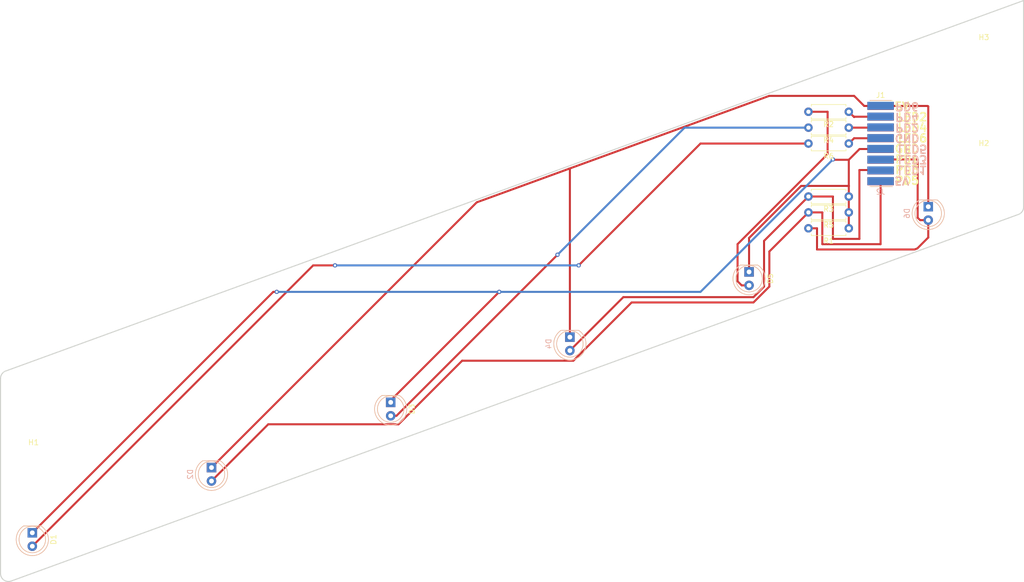
<source format=kicad_pcb>
(kicad_pcb (version 20171130) (host pcbnew "(5.1.10)-1")

  (general
    (thickness 1.6)
    (drawings 23)
    (tracks 93)
    (zones 0)
    (modules 17)
    (nets 1)
  )

  (page A4)
  (layers
    (0 F.Cu signal)
    (31 B.Cu signal)
    (32 B.Adhes user)
    (33 F.Adhes user)
    (34 B.Paste user)
    (35 F.Paste user)
    (36 B.SilkS user)
    (37 F.SilkS user)
    (38 B.Mask user)
    (39 F.Mask user)
    (40 Dwgs.User user)
    (41 Cmts.User user)
    (42 Eco1.User user)
    (43 Eco2.User user)
    (44 Edge.Cuts user)
    (45 Margin user)
    (46 B.CrtYd user)
    (47 F.CrtYd user)
    (48 B.Fab user)
    (49 F.Fab user)
  )

  (setup
    (last_trace_width 0.381)
    (trace_clearance 0.2)
    (zone_clearance 0.508)
    (zone_45_only no)
    (trace_min 0.2)
    (via_size 0.8)
    (via_drill 0.4)
    (via_min_size 0.4)
    (via_min_drill 0.3)
    (uvia_size 0.3)
    (uvia_drill 0.1)
    (uvias_allowed no)
    (uvia_min_size 0.2)
    (uvia_min_drill 0.1)
    (edge_width 0.05)
    (segment_width 0.2)
    (pcb_text_width 0.3)
    (pcb_text_size 1.5 1.5)
    (mod_edge_width 0.12)
    (mod_text_size 1 1)
    (mod_text_width 0.15)
    (pad_size 1.524 1.524)
    (pad_drill 0.762)
    (pad_to_mask_clearance 0)
    (aux_axis_origin 0 0)
    (visible_elements 7FFFFFFF)
    (pcbplotparams
      (layerselection 0x010fc_ffffffff)
      (usegerberextensions false)
      (usegerberattributes true)
      (usegerberadvancedattributes true)
      (creategerberjobfile true)
      (excludeedgelayer true)
      (linewidth 0.100000)
      (plotframeref false)
      (viasonmask false)
      (mode 1)
      (useauxorigin false)
      (hpglpennumber 1)
      (hpglpenspeed 20)
      (hpglpendiameter 15.000000)
      (psnegative false)
      (psa4output false)
      (plotreference true)
      (plotvalue true)
      (plotinvisibletext false)
      (padsonsilk false)
      (subtractmaskfromsilk false)
      (outputformat 1)
      (mirror false)
      (drillshape 1)
      (scaleselection 1)
      (outputdirectory ""))
  )

  (net 0 "")

  (net_class Default "This is the default net class."
    (clearance 0.2)
    (trace_width 0.381)
    (via_dia 0.8)
    (via_drill 0.4)
    (uvia_dia 0.3)
    (uvia_drill 0.1)
    (add_net /14)
    (add_net /15)
    (add_net /16)
    (add_net /6)
    (add_net /7)
    (add_net /8)
    (add_net /A0)
    (add_net /A1)
    (add_net /A10)
    (add_net /A2)
    (add_net /A3)
    (add_net /A9)
    (add_net "Net-(D1-Pad1)")
    (add_net "Net-(D1-Pad2)")
    (add_net "Net-(D2-Pad1)")
    (add_net "Net-(D2-Pad2)")
    (add_net "Net-(D3-Pad1)")
    (add_net "Net-(D3-Pad2)")
    (add_net "Net-(D4-Pad1)")
    (add_net "Net-(D4-Pad2)")
    (add_net "Net-(D5-Pad1)")
    (add_net "Net-(D5-Pad2)")
    (add_net "Net-(D6-Pad1)")
    (add_net "Net-(D6-Pad2)")
    (add_net "Net-(J1-Pad1)")
    (add_net "Net-(J1-Pad5)")
    (add_net "Net-(J2-Pad1)")
    (add_net "Net-(J2-Pad5)")
    (add_net "Net-(R1-Pad1)")
    (add_net "Net-(R1-Pad2)")
    (add_net "Net-(R2-Pad1)")
    (add_net "Net-(R2-Pad2)")
    (add_net "Net-(R3-Pad1)")
    (add_net "Net-(R3-Pad2)")
    (add_net "Net-(R4-Pad1)")
    (add_net "Net-(R4-Pad2)")
    (add_net "Net-(R5-Pad1)")
    (add_net "Net-(R5-Pad2)")
    (add_net "Net-(R6-Pad1)")
    (add_net "Net-(R6-Pad2)")
  )

  (net_class Power ""
    (clearance 0.2)
    (trace_width 0.381)
    (via_dia 0.8)
    (via_drill 0.4)
    (uvia_dia 0.3)
    (uvia_drill 0.1)
  )

  (module chunair_local:LED_D5.0mm_FlatTop (layer F.Cu) (tedit 5E49C4EE) (tstamp 62170334)
    (at 198.171066 96.233891 270)
    (descr "LED, Round, FlatTop, diameter 5.0mm, 2 pins, http://www.kingbright.com/attachments/file/psearch/000/00/00/L-483GDT(Ver.15B).pdf")
    (tags "LED Round FlatTop diameter 5.0mm 2 pins")
    (path /6216D0B6)
    (fp_text reference D5 (at 1.27 -4.01 90) (layer F.SilkS)
      (effects (font (size 1 1) (thickness 0.15)))
    )
    (fp_text value D_Photo (at 1.27 4.01 90) (layer F.Fab)
      (effects (font (size 1 1) (thickness 0.15)))
    )
    (fp_arc (start 1.27 0) (end -1.29 1.639512) (angle -147.4) (layer F.SilkS) (width 0.12))
    (fp_arc (start 1.27 0) (end -1.29 -1.639512) (angle 147.4) (layer F.SilkS) (width 0.12))
    (fp_arc (start 1.27 0) (end -1.29 -1.639512) (angle 147.4) (layer B.SilkS) (width 0.12))
    (fp_arc (start 1.27 0) (end -1.29 1.639512) (angle -147.4) (layer B.SilkS) (width 0.12))
    (fp_arc (start 1.27 0) (end -1.23 -1.566046) (angle 295.9) (layer F.Fab) (width 0.1))
    (fp_circle (center 1.27 0) (end 3.77 0) (layer F.Fab) (width 0.1))
    (fp_circle (center 1.27 0) (end 3.77 0) (layer B.SilkS) (width 0.12))
    (fp_line (start -1.23 -1.566046) (end -1.23 1.566046) (layer F.Fab) (width 0.1))
    (fp_line (start -2 -3.3) (end -2 3.3) (layer F.CrtYd) (width 0.05))
    (fp_line (start -2 3.3) (end 4.55 3.3) (layer F.CrtYd) (width 0.05))
    (fp_line (start 4.55 3.3) (end 4.55 -3.3) (layer F.CrtYd) (width 0.05))
    (fp_line (start 4.55 -3.3) (end -2 -3.3) (layer F.CrtYd) (width 0.05))
    (fp_line (start -1.29 -1.64) (end -1.29 1.64) (layer B.SilkS) (width 0.12))
    (fp_line (start -1.29 -1.64) (end -1.29 1.64) (layer F.SilkS) (width 0.12))
    (fp_circle (center 1.27 0) (end 3.77 0) (layer F.SilkS) (width 0.12))
    (pad 2 thru_hole circle (at 2.54 0 270) (size 1.8 1.8) (drill 0.9) (layers *.Cu *.Mask))
    (pad 1 thru_hole rect (at 0 0 270) (size 1.8 1.8) (drill 0.9) (layers *.Cu *.Mask))
    (model ${KISYS3DMOD}/LEDs.3dshapes/LED_D5.0mm_FlatTop.wrl
      (at (xyz 0 0 0))
      (scale (xyz 0.393701 0.393701 0.393701))
      (rotate (xyz 0 0 0))
    )
  )

  (module chunair_local:LED_D5.0mm_FlatTop (layer F.Cu) (tedit 5E49C4EE) (tstamp 6217030B)
    (at 130.513197 120.859342 270)
    (descr "LED, Round, FlatTop, diameter 5.0mm, 2 pins, http://www.kingbright.com/attachments/file/psearch/000/00/00/L-483GDT(Ver.15B).pdf")
    (tags "LED Round FlatTop diameter 5.0mm 2 pins")
    (path /6219FED2)
    (fp_text reference D3 (at 1.27 -4.01 90) (layer F.SilkS)
      (effects (font (size 1 1) (thickness 0.15)))
    )
    (fp_text value D_Photo (at 1.27 4.01 90) (layer F.Fab)
      (effects (font (size 1 1) (thickness 0.15)))
    )
    (fp_arc (start 1.27 0) (end -1.29 1.639512) (angle -147.4) (layer F.SilkS) (width 0.12))
    (fp_arc (start 1.27 0) (end -1.29 -1.639512) (angle 147.4) (layer F.SilkS) (width 0.12))
    (fp_arc (start 1.27 0) (end -1.29 -1.639512) (angle 147.4) (layer B.SilkS) (width 0.12))
    (fp_arc (start 1.27 0) (end -1.29 1.639512) (angle -147.4) (layer B.SilkS) (width 0.12))
    (fp_arc (start 1.27 0) (end -1.23 -1.566046) (angle 295.9) (layer F.Fab) (width 0.1))
    (fp_circle (center 1.27 0) (end 3.77 0) (layer F.Fab) (width 0.1))
    (fp_circle (center 1.27 0) (end 3.77 0) (layer B.SilkS) (width 0.12))
    (fp_line (start -1.23 -1.566046) (end -1.23 1.566046) (layer F.Fab) (width 0.1))
    (fp_line (start -2 -3.3) (end -2 3.3) (layer F.CrtYd) (width 0.05))
    (fp_line (start -2 3.3) (end 4.55 3.3) (layer F.CrtYd) (width 0.05))
    (fp_line (start 4.55 3.3) (end 4.55 -3.3) (layer F.CrtYd) (width 0.05))
    (fp_line (start 4.55 -3.3) (end -2 -3.3) (layer F.CrtYd) (width 0.05))
    (fp_line (start -1.29 -1.64) (end -1.29 1.64) (layer B.SilkS) (width 0.12))
    (fp_line (start -1.29 -1.64) (end -1.29 1.64) (layer F.SilkS) (width 0.12))
    (fp_circle (center 1.27 0) (end 3.77 0) (layer F.SilkS) (width 0.12))
    (pad 2 thru_hole circle (at 2.54 0 270) (size 1.8 1.8) (drill 0.9) (layers *.Cu *.Mask))
    (pad 1 thru_hole rect (at 0 0 270) (size 1.8 1.8) (drill 0.9) (layers *.Cu *.Mask))
    (model ${KISYS3DMOD}/LEDs.3dshapes/LED_D5.0mm_FlatTop.wrl
      (at (xyz 0 0 0))
      (scale (xyz 0.393701 0.393701 0.393701))
      (rotate (xyz 0 0 0))
    )
  )

  (module chunair_local:LED_D5.0mm_FlatTop (layer F.Cu) (tedit 5E49C4EE) (tstamp 621702E2)
    (at 62.855329 145.484792 270)
    (descr "LED, Round, FlatTop, diameter 5.0mm, 2 pins, http://www.kingbright.com/attachments/file/psearch/000/00/00/L-483GDT(Ver.15B).pdf")
    (tags "LED Round FlatTop diameter 5.0mm 2 pins")
    (path /621A950A)
    (fp_text reference D1 (at 1.27 -4.01 90) (layer F.SilkS)
      (effects (font (size 1 1) (thickness 0.15)))
    )
    (fp_text value D_Photo (at 1.27 4.01 90) (layer F.Fab)
      (effects (font (size 1 1) (thickness 0.15)))
    )
    (fp_arc (start 1.27 0) (end -1.29 1.639512) (angle -147.4) (layer F.SilkS) (width 0.12))
    (fp_arc (start 1.27 0) (end -1.29 -1.639512) (angle 147.4) (layer F.SilkS) (width 0.12))
    (fp_arc (start 1.27 0) (end -1.29 -1.639512) (angle 147.4) (layer B.SilkS) (width 0.12))
    (fp_arc (start 1.27 0) (end -1.29 1.639512) (angle -147.4) (layer B.SilkS) (width 0.12))
    (fp_arc (start 1.27 0) (end -1.23 -1.566046) (angle 295.9) (layer F.Fab) (width 0.1))
    (fp_circle (center 1.27 0) (end 3.77 0) (layer F.Fab) (width 0.1))
    (fp_circle (center 1.27 0) (end 3.77 0) (layer B.SilkS) (width 0.12))
    (fp_line (start -1.23 -1.566046) (end -1.23 1.566046) (layer F.Fab) (width 0.1))
    (fp_line (start -2 -3.3) (end -2 3.3) (layer F.CrtYd) (width 0.05))
    (fp_line (start -2 3.3) (end 4.55 3.3) (layer F.CrtYd) (width 0.05))
    (fp_line (start 4.55 3.3) (end 4.55 -3.3) (layer F.CrtYd) (width 0.05))
    (fp_line (start 4.55 -3.3) (end -2 -3.3) (layer F.CrtYd) (width 0.05))
    (fp_line (start -1.29 -1.64) (end -1.29 1.64) (layer B.SilkS) (width 0.12))
    (fp_line (start -1.29 -1.64) (end -1.29 1.64) (layer F.SilkS) (width 0.12))
    (fp_circle (center 1.27 0) (end 3.77 0) (layer F.SilkS) (width 0.12))
    (pad 2 thru_hole circle (at 2.54 0 270) (size 1.8 1.8) (drill 0.9) (layers *.Cu *.Mask))
    (pad 1 thru_hole rect (at 0 0 270) (size 1.8 1.8) (drill 0.9) (layers *.Cu *.Mask))
    (model ${KISYS3DMOD}/LEDs.3dshapes/LED_D5.0mm_FlatTop.wrl
      (at (xyz 0 0 0))
      (scale (xyz 0.393701 0.393701 0.393701))
      (rotate (xyz 0 0 0))
    )
  )

  (module Resistor_THT:R_Axial_DIN0207_L6.3mm_D2.5mm_P7.62mm_Horizontal (layer F.Cu) (tedit 5AE5139B) (tstamp 6216F79C)
    (at 217 85 180)
    (descr "Resistor, Axial_DIN0207 series, Axial, Horizontal, pin pitch=7.62mm, 0.25W = 1/4W, length*diameter=6.3*2.5mm^2, http://cdn-reichelt.de/documents/datenblatt/B400/1_4W%23YAG.pdf")
    (tags "Resistor Axial_DIN0207 series Axial Horizontal pin pitch 7.62mm 0.25W = 1/4W length 6.3mm diameter 2.5mm")
    (path /62172C19)
    (fp_text reference R5 (at 3.81 -2.37) (layer F.SilkS)
      (effects (font (size 1 1) (thickness 0.15)))
    )
    (fp_text value 10K (at 3.81 2.37) (layer F.Fab)
      (effects (font (size 1 1) (thickness 0.15)))
    )
    (fp_line (start 8.67 -1.5) (end -1.05 -1.5) (layer F.CrtYd) (width 0.05))
    (fp_line (start 8.67 1.5) (end 8.67 -1.5) (layer F.CrtYd) (width 0.05))
    (fp_line (start -1.05 1.5) (end 8.67 1.5) (layer F.CrtYd) (width 0.05))
    (fp_line (start -1.05 -1.5) (end -1.05 1.5) (layer F.CrtYd) (width 0.05))
    (fp_line (start 7.08 1.37) (end 7.08 1.04) (layer F.SilkS) (width 0.12))
    (fp_line (start 0.54 1.37) (end 7.08 1.37) (layer F.SilkS) (width 0.12))
    (fp_line (start 0.54 1.04) (end 0.54 1.37) (layer F.SilkS) (width 0.12))
    (fp_line (start 7.08 -1.37) (end 7.08 -1.04) (layer F.SilkS) (width 0.12))
    (fp_line (start 0.54 -1.37) (end 7.08 -1.37) (layer F.SilkS) (width 0.12))
    (fp_line (start 0.54 -1.04) (end 0.54 -1.37) (layer F.SilkS) (width 0.12))
    (fp_line (start 7.62 0) (end 6.96 0) (layer F.Fab) (width 0.1))
    (fp_line (start 0 0) (end 0.66 0) (layer F.Fab) (width 0.1))
    (fp_line (start 6.96 -1.25) (end 0.66 -1.25) (layer F.Fab) (width 0.1))
    (fp_line (start 6.96 1.25) (end 6.96 -1.25) (layer F.Fab) (width 0.1))
    (fp_line (start 0.66 1.25) (end 6.96 1.25) (layer F.Fab) (width 0.1))
    (fp_line (start 0.66 -1.25) (end 0.66 1.25) (layer F.Fab) (width 0.1))
    (fp_text user %R (at 3.81 0) (layer F.Fab)
      (effects (font (size 1 1) (thickness 0.15)))
    )
    (pad 2 thru_hole oval (at 7.62 0 180) (size 1.6 1.6) (drill 0.8) (layers *.Cu *.Mask))
    (pad 1 thru_hole circle (at 0 0 180) (size 1.6 1.6) (drill 0.8) (layers *.Cu *.Mask))
    (model ${KISYS3DMOD}/Resistor_THT.3dshapes/R_Axial_DIN0207_L6.3mm_D2.5mm_P7.62mm_Horizontal.wrl
      (at (xyz 0 0 0))
      (scale (xyz 1 1 1))
      (rotate (xyz 0 0 0))
    )
  )

  (module Resistor_THT:R_Axial_DIN0207_L6.3mm_D2.5mm_P7.62mm_Horizontal (layer F.Cu) (tedit 5AE5139B) (tstamp 6216F76F)
    (at 217 82 180)
    (descr "Resistor, Axial_DIN0207 series, Axial, Horizontal, pin pitch=7.62mm, 0.25W = 1/4W, length*diameter=6.3*2.5mm^2, http://cdn-reichelt.de/documents/datenblatt/B400/1_4W%23YAG.pdf")
    (tags "Resistor Axial_DIN0207 series Axial Horizontal pin pitch 7.62mm 0.25W = 1/4W length 6.3mm diameter 2.5mm")
    (path /6219FEE6)
    (fp_text reference R3 (at 3.81 -2.37) (layer F.SilkS)
      (effects (font (size 1 1) (thickness 0.15)))
    )
    (fp_text value 10K (at 3.81 2.37) (layer F.Fab)
      (effects (font (size 1 1) (thickness 0.15)))
    )
    (fp_line (start 8.67 -1.5) (end -1.05 -1.5) (layer F.CrtYd) (width 0.05))
    (fp_line (start 8.67 1.5) (end 8.67 -1.5) (layer F.CrtYd) (width 0.05))
    (fp_line (start -1.05 1.5) (end 8.67 1.5) (layer F.CrtYd) (width 0.05))
    (fp_line (start -1.05 -1.5) (end -1.05 1.5) (layer F.CrtYd) (width 0.05))
    (fp_line (start 7.08 1.37) (end 7.08 1.04) (layer F.SilkS) (width 0.12))
    (fp_line (start 0.54 1.37) (end 7.08 1.37) (layer F.SilkS) (width 0.12))
    (fp_line (start 0.54 1.04) (end 0.54 1.37) (layer F.SilkS) (width 0.12))
    (fp_line (start 7.08 -1.37) (end 7.08 -1.04) (layer F.SilkS) (width 0.12))
    (fp_line (start 0.54 -1.37) (end 7.08 -1.37) (layer F.SilkS) (width 0.12))
    (fp_line (start 0.54 -1.04) (end 0.54 -1.37) (layer F.SilkS) (width 0.12))
    (fp_line (start 7.62 0) (end 6.96 0) (layer F.Fab) (width 0.1))
    (fp_line (start 0 0) (end 0.66 0) (layer F.Fab) (width 0.1))
    (fp_line (start 6.96 -1.25) (end 0.66 -1.25) (layer F.Fab) (width 0.1))
    (fp_line (start 6.96 1.25) (end 6.96 -1.25) (layer F.Fab) (width 0.1))
    (fp_line (start 0.66 1.25) (end 6.96 1.25) (layer F.Fab) (width 0.1))
    (fp_line (start 0.66 -1.25) (end 0.66 1.25) (layer F.Fab) (width 0.1))
    (fp_text user %R (at 3.81 0) (layer F.Fab)
      (effects (font (size 1 1) (thickness 0.15)))
    )
    (pad 2 thru_hole oval (at 7.62 0 180) (size 1.6 1.6) (drill 0.8) (layers *.Cu *.Mask))
    (pad 1 thru_hole circle (at 0 0 180) (size 1.6 1.6) (drill 0.8) (layers *.Cu *.Mask))
    (model ${KISYS3DMOD}/Resistor_THT.3dshapes/R_Axial_DIN0207_L6.3mm_D2.5mm_P7.62mm_Horizontal.wrl
      (at (xyz 0 0 0))
      (scale (xyz 1 1 1))
      (rotate (xyz 0 0 0))
    )
  )

  (module Resistor_THT:R_Axial_DIN0207_L6.3mm_D2.5mm_P7.62mm_Horizontal (layer F.Cu) (tedit 5AE5139B) (tstamp 6216F742)
    (at 217 88 180)
    (descr "Resistor, Axial_DIN0207 series, Axial, Horizontal, pin pitch=7.62mm, 0.25W = 1/4W, length*diameter=6.3*2.5mm^2, http://cdn-reichelt.de/documents/datenblatt/B400/1_4W%23YAG.pdf")
    (tags "Resistor Axial_DIN0207 series Axial Horizontal pin pitch 7.62mm 0.25W = 1/4W length 6.3mm diameter 2.5mm")
    (path /621A951E)
    (fp_text reference R1 (at 3.81 -2.37) (layer F.SilkS)
      (effects (font (size 1 1) (thickness 0.15)))
    )
    (fp_text value 10K (at 3.81 2.37) (layer F.Fab)
      (effects (font (size 1 1) (thickness 0.15)))
    )
    (fp_line (start 8.67 -1.5) (end -1.05 -1.5) (layer F.CrtYd) (width 0.05))
    (fp_line (start 8.67 1.5) (end 8.67 -1.5) (layer F.CrtYd) (width 0.05))
    (fp_line (start -1.05 1.5) (end 8.67 1.5) (layer F.CrtYd) (width 0.05))
    (fp_line (start -1.05 -1.5) (end -1.05 1.5) (layer F.CrtYd) (width 0.05))
    (fp_line (start 7.08 1.37) (end 7.08 1.04) (layer F.SilkS) (width 0.12))
    (fp_line (start 0.54 1.37) (end 7.08 1.37) (layer F.SilkS) (width 0.12))
    (fp_line (start 0.54 1.04) (end 0.54 1.37) (layer F.SilkS) (width 0.12))
    (fp_line (start 7.08 -1.37) (end 7.08 -1.04) (layer F.SilkS) (width 0.12))
    (fp_line (start 0.54 -1.37) (end 7.08 -1.37) (layer F.SilkS) (width 0.12))
    (fp_line (start 0.54 -1.04) (end 0.54 -1.37) (layer F.SilkS) (width 0.12))
    (fp_line (start 7.62 0) (end 6.96 0) (layer F.Fab) (width 0.1))
    (fp_line (start 0 0) (end 0.66 0) (layer F.Fab) (width 0.1))
    (fp_line (start 6.96 -1.25) (end 0.66 -1.25) (layer F.Fab) (width 0.1))
    (fp_line (start 6.96 1.25) (end 6.96 -1.25) (layer F.Fab) (width 0.1))
    (fp_line (start 0.66 1.25) (end 6.96 1.25) (layer F.Fab) (width 0.1))
    (fp_line (start 0.66 -1.25) (end 0.66 1.25) (layer F.Fab) (width 0.1))
    (fp_text user %R (at 3.81 0) (layer F.Fab)
      (effects (font (size 1 1) (thickness 0.15)))
    )
    (pad 2 thru_hole oval (at 7.62 0 180) (size 1.6 1.6) (drill 0.8) (layers *.Cu *.Mask))
    (pad 1 thru_hole circle (at 0 0 180) (size 1.6 1.6) (drill 0.8) (layers *.Cu *.Mask))
    (model ${KISYS3DMOD}/Resistor_THT.3dshapes/R_Axial_DIN0207_L6.3mm_D2.5mm_P7.62mm_Horizontal.wrl
      (at (xyz 0 0 0))
      (scale (xyz 1 1 1))
      (rotate (xyz 0 0 0))
    )
  )

  (module MountingHole:MountingHole_3.2mm_M3 (layer F.Cu) (tedit 56D1B4CB) (tstamp 6216E9F2)
    (at 242.5 56.145894)
    (descr "Mounting Hole 3.2mm, no annular, M3")
    (tags "mounting hole 3.2mm no annular m3")
    (path /62175253)
    (attr virtual)
    (fp_text reference H3 (at 0 -4.2) (layer F.SilkS)
      (effects (font (size 1 1) (thickness 0.15)))
    )
    (fp_text value MountingHole (at 0 4.2) (layer F.Fab)
      (effects (font (size 1 1) (thickness 0.15)))
    )
    (fp_circle (center 0 0) (end 3.2 0) (layer Cmts.User) (width 0.15))
    (fp_circle (center 0 0) (end 3.45 0) (layer F.CrtYd) (width 0.05))
    (fp_text user %R (at 0.3 0) (layer F.Fab)
      (effects (font (size 1 1) (thickness 0.15)))
    )
    (pad 1 np_thru_hole circle (at 0 0) (size 3.2 3.2) (drill 3.2) (layers *.Cu *.Mask))
  )

  (module MountingHole:MountingHole_3.2mm_M3 (layer F.Cu) (tedit 56D1B4CB) (tstamp 6216E9EA)
    (at 242.5 76.145894)
    (descr "Mounting Hole 3.2mm, no annular, M3")
    (tags "mounting hole 3.2mm no annular m3")
    (path /62174F68)
    (attr virtual)
    (fp_text reference H2 (at 0 -4.2) (layer F.SilkS)
      (effects (font (size 1 1) (thickness 0.15)))
    )
    (fp_text value MountingHole (at 0 4.2) (layer F.Fab)
      (effects (font (size 1 1) (thickness 0.15)))
    )
    (fp_circle (center 0 0) (end 3.2 0) (layer Cmts.User) (width 0.15))
    (fp_circle (center 0 0) (end 3.45 0) (layer F.CrtYd) (width 0.05))
    (fp_text user %R (at 0.3 0) (layer F.Fab)
      (effects (font (size 1 1) (thickness 0.15)))
    )
    (pad 1 np_thru_hole circle (at 0 0) (size 3.2 3.2) (drill 3.2) (layers *.Cu *.Mask))
  )

  (module MountingHole:MountingHole_3.2mm_M3 (layer F.Cu) (tedit 56D1B4CB) (tstamp 6216E9E2)
    (at 63.08849 132.623118)
    (descr "Mounting Hole 3.2mm, no annular, M3")
    (tags "mounting hole 3.2mm no annular m3")
    (path /621744FB)
    (attr virtual)
    (fp_text reference H1 (at 0 -4.2) (layer F.SilkS)
      (effects (font (size 1 1) (thickness 0.15)))
    )
    (fp_text value MountingHole (at 0 4.2) (layer F.Fab)
      (effects (font (size 1 1) (thickness 0.15)))
    )
    (fp_circle (center 0 0) (end 3.2 0) (layer Cmts.User) (width 0.15))
    (fp_circle (center 0 0) (end 3.45 0) (layer F.CrtYd) (width 0.05))
    (fp_text user %R (at 0.3 0) (layer F.Fab)
      (effects (font (size 1 1) (thickness 0.15)))
    )
    (pad 1 np_thru_hole circle (at 0 0) (size 3.2 3.2) (drill 3.2) (layers *.Cu *.Mask))
  )

  (module Resistor_THT:R_Axial_DIN0207_L6.3mm_D2.5mm_P7.62mm_Horizontal (layer F.Cu) (tedit 5AE5139B) (tstamp 6216D287)
    (at 217 72 180)
    (descr "Resistor, Axial_DIN0207 series, Axial, Horizontal, pin pitch=7.62mm, 0.25W = 1/4W, length*diameter=6.3*2.5mm^2, http://cdn-reichelt.de/documents/datenblatt/B400/1_4W%23YAG.pdf")
    (tags "Resistor Axial_DIN0207 series Axial Horizontal pin pitch 7.62mm 0.25W = 1/4W length 6.3mm diameter 2.5mm")
    (path /621B0E9D)
    (fp_text reference R6 (at 3.81 -2.37) (layer F.SilkS)
      (effects (font (size 1 1) (thickness 0.15)))
    )
    (fp_text value 150 (at 3.81 2.37) (layer F.Fab)
      (effects (font (size 1 1) (thickness 0.15)))
    )
    (fp_line (start 0.66 -1.25) (end 0.66 1.25) (layer F.Fab) (width 0.1))
    (fp_line (start 0.66 1.25) (end 6.96 1.25) (layer F.Fab) (width 0.1))
    (fp_line (start 6.96 1.25) (end 6.96 -1.25) (layer F.Fab) (width 0.1))
    (fp_line (start 6.96 -1.25) (end 0.66 -1.25) (layer F.Fab) (width 0.1))
    (fp_line (start 0 0) (end 0.66 0) (layer F.Fab) (width 0.1))
    (fp_line (start 7.62 0) (end 6.96 0) (layer F.Fab) (width 0.1))
    (fp_line (start 0.54 -1.04) (end 0.54 -1.37) (layer F.SilkS) (width 0.12))
    (fp_line (start 0.54 -1.37) (end 7.08 -1.37) (layer F.SilkS) (width 0.12))
    (fp_line (start 7.08 -1.37) (end 7.08 -1.04) (layer F.SilkS) (width 0.12))
    (fp_line (start 0.54 1.04) (end 0.54 1.37) (layer F.SilkS) (width 0.12))
    (fp_line (start 0.54 1.37) (end 7.08 1.37) (layer F.SilkS) (width 0.12))
    (fp_line (start 7.08 1.37) (end 7.08 1.04) (layer F.SilkS) (width 0.12))
    (fp_line (start -1.05 -1.5) (end -1.05 1.5) (layer F.CrtYd) (width 0.05))
    (fp_line (start -1.05 1.5) (end 8.67 1.5) (layer F.CrtYd) (width 0.05))
    (fp_line (start 8.67 1.5) (end 8.67 -1.5) (layer F.CrtYd) (width 0.05))
    (fp_line (start 8.67 -1.5) (end -1.05 -1.5) (layer F.CrtYd) (width 0.05))
    (fp_text user %R (at 3.81 0) (layer F.Fab)
      (effects (font (size 1 1) (thickness 0.15)))
    )
    (pad 2 thru_hole oval (at 7.62 0 180) (size 1.6 1.6) (drill 0.8) (layers *.Cu *.Mask))
    (pad 1 thru_hole circle (at 0 0 180) (size 1.6 1.6) (drill 0.8) (layers *.Cu *.Mask))
    (model ${KISYS3DMOD}/Resistor_THT.3dshapes/R_Axial_DIN0207_L6.3mm_D2.5mm_P7.62mm_Horizontal.wrl
      (at (xyz 0 0 0))
      (scale (xyz 1 1 1))
      (rotate (xyz 0 0 0))
    )
  )

  (module Resistor_THT:R_Axial_DIN0207_L6.3mm_D2.5mm_P7.62mm_Horizontal (layer F.Cu) (tedit 5AE5139B) (tstamp 6216D259)
    (at 217 69 180)
    (descr "Resistor, Axial_DIN0207 series, Axial, Horizontal, pin pitch=7.62mm, 0.25W = 1/4W, length*diameter=6.3*2.5mm^2, http://cdn-reichelt.de/documents/datenblatt/B400/1_4W%23YAG.pdf")
    (tags "Resistor Axial_DIN0207 series Axial Horizontal pin pitch 7.62mm 0.25W = 1/4W length 6.3mm diameter 2.5mm")
    (path /6219A6F1)
    (fp_text reference R4 (at 3.81 -2.37) (layer F.SilkS)
      (effects (font (size 1 1) (thickness 0.15)))
    )
    (fp_text value 150 (at 3.81 2.37) (layer F.Fab)
      (effects (font (size 1 1) (thickness 0.15)))
    )
    (fp_line (start 0.66 -1.25) (end 0.66 1.25) (layer F.Fab) (width 0.1))
    (fp_line (start 0.66 1.25) (end 6.96 1.25) (layer F.Fab) (width 0.1))
    (fp_line (start 6.96 1.25) (end 6.96 -1.25) (layer F.Fab) (width 0.1))
    (fp_line (start 6.96 -1.25) (end 0.66 -1.25) (layer F.Fab) (width 0.1))
    (fp_line (start 0 0) (end 0.66 0) (layer F.Fab) (width 0.1))
    (fp_line (start 7.62 0) (end 6.96 0) (layer F.Fab) (width 0.1))
    (fp_line (start 0.54 -1.04) (end 0.54 -1.37) (layer F.SilkS) (width 0.12))
    (fp_line (start 0.54 -1.37) (end 7.08 -1.37) (layer F.SilkS) (width 0.12))
    (fp_line (start 7.08 -1.37) (end 7.08 -1.04) (layer F.SilkS) (width 0.12))
    (fp_line (start 0.54 1.04) (end 0.54 1.37) (layer F.SilkS) (width 0.12))
    (fp_line (start 0.54 1.37) (end 7.08 1.37) (layer F.SilkS) (width 0.12))
    (fp_line (start 7.08 1.37) (end 7.08 1.04) (layer F.SilkS) (width 0.12))
    (fp_line (start -1.05 -1.5) (end -1.05 1.5) (layer F.CrtYd) (width 0.05))
    (fp_line (start -1.05 1.5) (end 8.67 1.5) (layer F.CrtYd) (width 0.05))
    (fp_line (start 8.67 1.5) (end 8.67 -1.5) (layer F.CrtYd) (width 0.05))
    (fp_line (start 8.67 -1.5) (end -1.05 -1.5) (layer F.CrtYd) (width 0.05))
    (fp_text user %R (at 3.81 0) (layer F.Fab)
      (effects (font (size 1 1) (thickness 0.15)))
    )
    (pad 2 thru_hole oval (at 7.62 0 180) (size 1.6 1.6) (drill 0.8) (layers *.Cu *.Mask))
    (pad 1 thru_hole circle (at 0 0 180) (size 1.6 1.6) (drill 0.8) (layers *.Cu *.Mask))
    (model ${KISYS3DMOD}/Resistor_THT.3dshapes/R_Axial_DIN0207_L6.3mm_D2.5mm_P7.62mm_Horizontal.wrl
      (at (xyz 0 0 0))
      (scale (xyz 1 1 1))
      (rotate (xyz 0 0 0))
    )
  )

  (module Resistor_THT:R_Axial_DIN0207_L6.3mm_D2.5mm_P7.62mm_Horizontal (layer F.Cu) (tedit 5AE5139B) (tstamp 6216D22B)
    (at 217 66 180)
    (descr "Resistor, Axial_DIN0207 series, Axial, Horizontal, pin pitch=7.62mm, 0.25W = 1/4W, length*diameter=6.3*2.5mm^2, http://cdn-reichelt.de/documents/datenblatt/B400/1_4W%23YAG.pdf")
    (tags "Resistor Axial_DIN0207 series Axial Horizontal pin pitch 7.62mm 0.25W = 1/4W length 6.3mm diameter 2.5mm")
    (path /621A4DC5)
    (fp_text reference R2 (at 3.81 -2.37) (layer F.SilkS)
      (effects (font (size 1 1) (thickness 0.15)))
    )
    (fp_text value 150 (at 3.81 2.37) (layer F.Fab)
      (effects (font (size 1 1) (thickness 0.15)))
    )
    (fp_line (start 0.66 -1.25) (end 0.66 1.25) (layer F.Fab) (width 0.1))
    (fp_line (start 0.66 1.25) (end 6.96 1.25) (layer F.Fab) (width 0.1))
    (fp_line (start 6.96 1.25) (end 6.96 -1.25) (layer F.Fab) (width 0.1))
    (fp_line (start 6.96 -1.25) (end 0.66 -1.25) (layer F.Fab) (width 0.1))
    (fp_line (start 0 0) (end 0.66 0) (layer F.Fab) (width 0.1))
    (fp_line (start 7.62 0) (end 6.96 0) (layer F.Fab) (width 0.1))
    (fp_line (start 0.54 -1.04) (end 0.54 -1.37) (layer F.SilkS) (width 0.12))
    (fp_line (start 0.54 -1.37) (end 7.08 -1.37) (layer F.SilkS) (width 0.12))
    (fp_line (start 7.08 -1.37) (end 7.08 -1.04) (layer F.SilkS) (width 0.12))
    (fp_line (start 0.54 1.04) (end 0.54 1.37) (layer F.SilkS) (width 0.12))
    (fp_line (start 0.54 1.37) (end 7.08 1.37) (layer F.SilkS) (width 0.12))
    (fp_line (start 7.08 1.37) (end 7.08 1.04) (layer F.SilkS) (width 0.12))
    (fp_line (start -1.05 -1.5) (end -1.05 1.5) (layer F.CrtYd) (width 0.05))
    (fp_line (start -1.05 1.5) (end 8.67 1.5) (layer F.CrtYd) (width 0.05))
    (fp_line (start 8.67 1.5) (end 8.67 -1.5) (layer F.CrtYd) (width 0.05))
    (fp_line (start 8.67 -1.5) (end -1.05 -1.5) (layer F.CrtYd) (width 0.05))
    (fp_text user %R (at 3.81 0) (layer F.Fab)
      (effects (font (size 1 1) (thickness 0.15)))
    )
    (pad 2 thru_hole oval (at 7.62 0 180) (size 1.6 1.6) (drill 0.8) (layers *.Cu *.Mask))
    (pad 1 thru_hole circle (at 0 0 180) (size 1.6 1.6) (drill 0.8) (layers *.Cu *.Mask))
    (model ${KISYS3DMOD}/Resistor_THT.3dshapes/R_Axial_DIN0207_L6.3mm_D2.5mm_P7.62mm_Horizontal.wrl
      (at (xyz 0 0 0))
      (scale (xyz 1 1 1))
      (rotate (xyz 0 0 0))
    )
  )

  (module chunair_local:SMD_8Pin (layer B.Cu) (tedit 6216CBD2) (tstamp 6216D1FD)
    (at 223 73)
    (descr "Chip Resistor Network, ROHM MNR14 (see mnr_g.pdf)")
    (tags "resistor array")
    (path /6216F1EF)
    (attr smd)
    (fp_text reference J2 (at 0 8.128) (layer B.SilkS)
      (effects (font (size 1 1) (thickness 0.15)) (justify mirror))
    )
    (fp_text value Conn_01x08_Male (at 0 -10.414) (layer B.Fab)
      (effects (font (size 1 1) (thickness 0.15)) (justify mirror))
    )
    (fp_line (start -2.794 7.366) (end 2.794 7.366) (layer B.Fab) (width 0.1))
    (fp_line (start 2.794 7.366) (end 2.794 -9.398) (layer B.Fab) (width 0.1))
    (fp_line (start 2.794 -9.398) (end -2.794 -9.398) (layer B.Fab) (width 0.1))
    (fp_line (start -2.794 -9.398) (end -2.794 7.366) (layer B.Fab) (width 0.1))
    (fp_line (start 2.032 -9.144) (end -2.032 -9.144) (layer B.SilkS) (width 0.12))
    (fp_line (start 2.286 7.112) (end -2.032 7.112) (layer B.SilkS) (width 0.12))
    (fp_line (start -1.55 5.914) (end 1.55 5.914) (layer B.CrtYd) (width 0.05))
    (fp_line (start -1.55 5.914) (end -1.55 2.214) (layer B.CrtYd) (width 0.05))
    (fp_line (start 1.55 2.214) (end 1.55 5.914) (layer B.CrtYd) (width 0.05))
    (fp_line (start 1.55 2.214) (end -1.55 2.214) (layer B.CrtYd) (width 0.05))
    (fp_text user %R (at 0 4.064 -90) (layer B.Fab)
      (effects (font (size 0.5 0.5) (thickness 0.075)) (justify mirror))
    )
    (pad 8 smd rect (at 0 -8.128) (size 5 1.5) (layers B.Cu B.Paste B.Mask))
    (pad 7 smd rect (at 0 -6.096) (size 5 1.5) (layers B.Cu B.Paste B.Mask))
    (pad 4 smd rect (at 0 0) (size 5 1.5) (layers B.Cu B.Paste B.Mask))
    (pad 5 smd rect (at 0 -2.032) (size 5 1.5) (layers B.Cu B.Paste B.Mask))
    (pad 6 smd rect (at 0 -4.064) (size 5 1.5) (layers B.Cu B.Paste B.Mask))
    (pad 2 smd rect (at 0 4.064) (size 5 1.5) (layers B.Cu B.Paste B.Mask))
    (pad 3 smd rect (at 0 2.032) (size 5 1.5) (layers B.Cu B.Paste B.Mask))
    (pad 1 smd rect (at 0 6.096) (size 5 1.5) (layers B.Cu B.Paste B.Mask))
    (model ${KISYS3DMOD}/Resistors_SMD.3dshapes/R_Array_Convex_4x0603.wrl
      (at (xyz 0 0 0))
      (scale (xyz 1 1 1))
      (rotate (xyz 0 0 0))
    )
  )

  (module chunair_local:SMD_8Pin (layer F.Cu) (tedit 6216CBD2) (tstamp 6216D1E6)
    (at 223 71)
    (descr "Chip Resistor Network, ROHM MNR14 (see mnr_g.pdf)")
    (tags "resistor array")
    (path /6216EF95)
    (attr smd)
    (fp_text reference J1 (at 0 -8.128) (layer F.SilkS)
      (effects (font (size 1 1) (thickness 0.15)))
    )
    (fp_text value Conn_01x08_Male (at 0 10.414) (layer F.Fab)
      (effects (font (size 1 1) (thickness 0.15)))
    )
    (fp_line (start -2.794 -7.366) (end 2.794 -7.366) (layer F.Fab) (width 0.1))
    (fp_line (start 2.794 -7.366) (end 2.794 9.398) (layer F.Fab) (width 0.1))
    (fp_line (start 2.794 9.398) (end -2.794 9.398) (layer F.Fab) (width 0.1))
    (fp_line (start -2.794 9.398) (end -2.794 -7.366) (layer F.Fab) (width 0.1))
    (fp_line (start 2.032 9.144) (end -2.032 9.144) (layer F.SilkS) (width 0.12))
    (fp_line (start 2.286 -7.112) (end -2.032 -7.112) (layer F.SilkS) (width 0.12))
    (fp_line (start -1.55 -5.914) (end 1.55 -5.914) (layer F.CrtYd) (width 0.05))
    (fp_line (start -1.55 -5.914) (end -1.55 -2.214) (layer F.CrtYd) (width 0.05))
    (fp_line (start 1.55 -2.214) (end 1.55 -5.914) (layer F.CrtYd) (width 0.05))
    (fp_line (start 1.55 -2.214) (end -1.55 -2.214) (layer F.CrtYd) (width 0.05))
    (fp_text user %R (at 0 -4.064 90) (layer F.Fab)
      (effects (font (size 0.5 0.5) (thickness 0.075)))
    )
    (pad 8 smd rect (at 0 8.128) (size 5 1.5) (layers F.Cu F.Paste F.Mask))
    (pad 7 smd rect (at 0 6.096) (size 5 1.5) (layers F.Cu F.Paste F.Mask))
    (pad 4 smd rect (at 0 0) (size 5 1.5) (layers F.Cu F.Paste F.Mask))
    (pad 5 smd rect (at 0 2.032) (size 5 1.5) (layers F.Cu F.Paste F.Mask))
    (pad 6 smd rect (at 0 4.064) (size 5 1.5) (layers F.Cu F.Paste F.Mask))
    (pad 2 smd rect (at 0 -4.064) (size 5 1.5) (layers F.Cu F.Paste F.Mask))
    (pad 3 smd rect (at 0 -2.032) (size 5 1.5) (layers F.Cu F.Paste F.Mask))
    (pad 1 smd rect (at 0 -6.096) (size 5 1.5) (layers F.Cu F.Paste F.Mask))
    (model ${KISYS3DMOD}/Resistors_SMD.3dshapes/R_Array_Convex_4x0603.wrl
      (at (xyz 0 0 0))
      (scale (xyz 1 1 1))
      (rotate (xyz 0 0 0))
    )
  )

  (module chunair_local:LED_D5.0mm_FlatTop (layer B.Cu) (tedit 5E49C4EE) (tstamp 6216D151)
    (at 232 83.921166 270)
    (descr "LED, Round, FlatTop, diameter 5.0mm, 2 pins, http://www.kingbright.com/attachments/file/psearch/000/00/00/L-483GDT(Ver.15B).pdf")
    (tags "LED Round FlatTop diameter 5.0mm 2 pins")
    (path /6216EBAC)
    (fp_text reference D6 (at 1.27 4.01 90) (layer B.SilkS)
      (effects (font (size 1 1) (thickness 0.15)) (justify mirror))
    )
    (fp_text value D_Photo (at 1.27 -4.01 90) (layer B.Fab)
      (effects (font (size 1 1) (thickness 0.15)) (justify mirror))
    )
    (fp_circle (center 1.27 0) (end 3.77 0) (layer B.Fab) (width 0.1))
    (fp_circle (center 1.27 0) (end 3.77 0) (layer F.SilkS) (width 0.12))
    (fp_line (start -1.23 1.566046) (end -1.23 -1.566046) (layer B.Fab) (width 0.1))
    (fp_line (start -2 3.3) (end -2 -3.3) (layer B.CrtYd) (width 0.05))
    (fp_line (start -2 -3.3) (end 4.55 -3.3) (layer B.CrtYd) (width 0.05))
    (fp_line (start 4.55 -3.3) (end 4.55 3.3) (layer B.CrtYd) (width 0.05))
    (fp_line (start 4.55 3.3) (end -2 3.3) (layer B.CrtYd) (width 0.05))
    (fp_line (start -1.29 1.64) (end -1.29 -1.64) (layer F.SilkS) (width 0.12))
    (fp_line (start -1.29 1.64) (end -1.29 -1.64) (layer B.SilkS) (width 0.12))
    (fp_circle (center 1.27 0) (end 3.77 0) (layer B.SilkS) (width 0.12))
    (fp_arc (start 1.27 0) (end -1.29 -1.639512) (angle 147.4) (layer B.SilkS) (width 0.12))
    (fp_arc (start 1.27 0) (end -1.29 1.639512) (angle -147.4) (layer B.SilkS) (width 0.12))
    (fp_arc (start 1.27 0) (end -1.29 1.639512) (angle -147.4) (layer F.SilkS) (width 0.12))
    (fp_arc (start 1.27 0) (end -1.29 -1.639512) (angle 147.4) (layer F.SilkS) (width 0.12))
    (fp_arc (start 1.27 0) (end -1.23 1.566046) (angle -295.9) (layer B.Fab) (width 0.1))
    (pad 2 thru_hole circle (at 2.54 0 270) (size 1.8 1.8) (drill 0.9) (layers *.Cu *.Mask))
    (pad 1 thru_hole rect (at 0 0 270) (size 1.8 1.8) (drill 0.9) (layers *.Cu *.Mask))
    (model ${KISYS3DMOD}/LEDs.3dshapes/LED_D5.0mm_FlatTop.wrl
      (at (xyz 0 0 0))
      (scale (xyz 0.393701 0.393701 0.393701))
      (rotate (xyz 0 0 0))
    )
  )

  (module chunair_local:LED_D5.0mm_FlatTop (layer B.Cu) (tedit 5E49C4EE) (tstamp 6216D127)
    (at 164.342132 108.546616 270)
    (descr "LED, Round, FlatTop, diameter 5.0mm, 2 pins, http://www.kingbright.com/attachments/file/psearch/000/00/00/L-483GDT(Ver.15B).pdf")
    (tags "LED Round FlatTop diameter 5.0mm 2 pins")
    (path /62171441)
    (fp_text reference D4 (at 1.27 4.01 270) (layer B.SilkS)
      (effects (font (size 1 1) (thickness 0.15)) (justify mirror))
    )
    (fp_text value D_Photo (at 1.27 -4.01 270) (layer B.Fab)
      (effects (font (size 1 1) (thickness 0.15)) (justify mirror))
    )
    (fp_circle (center 1.27 0) (end 3.77 0) (layer B.Fab) (width 0.1))
    (fp_circle (center 1.27 0) (end 3.77 0) (layer F.SilkS) (width 0.12))
    (fp_line (start -1.23 1.566046) (end -1.23 -1.566046) (layer B.Fab) (width 0.1))
    (fp_line (start -2 3.3) (end -2 -3.3) (layer B.CrtYd) (width 0.05))
    (fp_line (start -2 -3.3) (end 4.55 -3.3) (layer B.CrtYd) (width 0.05))
    (fp_line (start 4.55 -3.3) (end 4.55 3.3) (layer B.CrtYd) (width 0.05))
    (fp_line (start 4.55 3.3) (end -2 3.3) (layer B.CrtYd) (width 0.05))
    (fp_line (start -1.29 1.64) (end -1.29 -1.64) (layer F.SilkS) (width 0.12))
    (fp_line (start -1.29 1.64) (end -1.29 -1.64) (layer B.SilkS) (width 0.12))
    (fp_circle (center 1.27 0) (end 3.77 0) (layer B.SilkS) (width 0.12))
    (fp_arc (start 1.27 0) (end -1.29 -1.639512) (angle 147.4) (layer B.SilkS) (width 0.12))
    (fp_arc (start 1.27 0) (end -1.29 1.639512) (angle -147.4) (layer B.SilkS) (width 0.12))
    (fp_arc (start 1.27 0) (end -1.29 1.639512) (angle -147.4) (layer F.SilkS) (width 0.12))
    (fp_arc (start 1.27 0) (end -1.29 -1.639512) (angle 147.4) (layer F.SilkS) (width 0.12))
    (fp_arc (start 1.27 0) (end -1.23 1.566046) (angle -295.9) (layer B.Fab) (width 0.1))
    (pad 2 thru_hole circle (at 2.54 0 270) (size 1.8 1.8) (drill 0.9) (layers *.Cu *.Mask))
    (pad 1 thru_hole rect (at 0 0 270) (size 1.8 1.8) (drill 0.9) (layers *.Cu *.Mask))
    (model ${KISYS3DMOD}/LEDs.3dshapes/LED_D5.0mm_FlatTop.wrl
      (at (xyz 0 0 0))
      (scale (xyz 0.393701 0.393701 0.393701))
      (rotate (xyz 0 0 0))
    )
  )

  (module chunair_local:LED_D5.0mm_FlatTop (layer B.Cu) (tedit 5E49C4EE) (tstamp 6216D0FD)
    (at 96.684263 133.172067 270)
    (descr "LED, Round, FlatTop, diameter 5.0mm, 2 pins, http://www.kingbright.com/attachments/file/psearch/000/00/00/L-483GDT(Ver.15B).pdf")
    (tags "LED Round FlatTop diameter 5.0mm 2 pins")
    (path /62173E05)
    (fp_text reference D2 (at 1.27 4.01 270) (layer B.SilkS)
      (effects (font (size 1 1) (thickness 0.15)) (justify mirror))
    )
    (fp_text value D_Photo (at 1.27 -4.01 270) (layer B.Fab)
      (effects (font (size 1 1) (thickness 0.15)) (justify mirror))
    )
    (fp_circle (center 1.27 0) (end 3.77 0) (layer B.Fab) (width 0.1))
    (fp_circle (center 1.27 0) (end 3.77 0) (layer F.SilkS) (width 0.12))
    (fp_line (start -1.23 1.566046) (end -1.23 -1.566046) (layer B.Fab) (width 0.1))
    (fp_line (start -2 3.3) (end -2 -3.3) (layer B.CrtYd) (width 0.05))
    (fp_line (start -2 -3.3) (end 4.55 -3.3) (layer B.CrtYd) (width 0.05))
    (fp_line (start 4.55 -3.3) (end 4.55 3.3) (layer B.CrtYd) (width 0.05))
    (fp_line (start 4.55 3.3) (end -2 3.3) (layer B.CrtYd) (width 0.05))
    (fp_line (start -1.29 1.64) (end -1.29 -1.64) (layer F.SilkS) (width 0.12))
    (fp_line (start -1.29 1.64) (end -1.29 -1.64) (layer B.SilkS) (width 0.12))
    (fp_circle (center 1.27 0) (end 3.77 0) (layer B.SilkS) (width 0.12))
    (fp_arc (start 1.27 0) (end -1.29 -1.639512) (angle 147.4) (layer B.SilkS) (width 0.12))
    (fp_arc (start 1.27 0) (end -1.29 1.639512) (angle -147.4) (layer B.SilkS) (width 0.12))
    (fp_arc (start 1.27 0) (end -1.29 1.639512) (angle -147.4) (layer F.SilkS) (width 0.12))
    (fp_arc (start 1.27 0) (end -1.29 -1.639512) (angle 147.4) (layer F.SilkS) (width 0.12))
    (fp_arc (start 1.27 0) (end -1.23 1.566046) (angle -295.9) (layer B.Fab) (width 0.1))
    (pad 2 thru_hole circle (at 2.54 0 270) (size 1.8 1.8) (drill 0.9) (layers *.Cu *.Mask))
    (pad 1 thru_hole rect (at 0 0 270) (size 1.8 1.8) (drill 0.9) (layers *.Cu *.Mask))
    (model ${KISYS3DMOD}/LEDs.3dshapes/LED_D5.0mm_FlatTop.wrl
      (at (xyz 0 0 0))
      (scale (xyz 0.393701 0.393701 0.393701))
      (rotate (xyz 0 0 0))
    )
  )

  (gr_text PD6 (at 228 65 180) (layer B.SilkS) (tstamp 62173CDE)
    (effects (font (size 1.5 1.5) (thickness 0.3)) (justify mirror))
  )
  (gr_text PD4 (at 228 67 180) (layer B.SilkS) (tstamp 62173CDE)
    (effects (font (size 1.5 1.5) (thickness 0.3)) (justify mirror))
  )
  (gr_text PD2 (at 228 69 180) (layer B.SilkS) (tstamp 62173CDE)
    (effects (font (size 1.5 1.5) (thickness 0.3)) (justify mirror))
  )
  (gr_text GND (at 228 71 180) (layer B.SilkS) (tstamp 62173CDB)
    (effects (font (size 1.5 1.5) (thickness 0.3)) (justify mirror))
  )
  (gr_text LED5 (at 229 73 180) (layer B.SilkS) (tstamp 62173CD4)
    (effects (font (size 1.5 1.5) (thickness 0.3)) (justify mirror))
  )
  (gr_text LED3 (at 229 75 180) (layer B.SilkS) (tstamp 62173CD4)
    (effects (font (size 1.5 1.5) (thickness 0.3)) (justify mirror))
  )
  (gr_text LED1 (at 229 77 180) (layer B.SilkS) (tstamp 62173CD4)
    (effects (font (size 1.5 1.5) (thickness 0.3)) (justify mirror))
  )
  (gr_text 5V (at 227 79 180) (layer B.SilkS) (tstamp 62173CCE)
    (effects (font (size 1.5 1.5) (thickness 0.3)) (justify mirror))
  )
  (gr_text PD5 (at 228 79) (layer F.SilkS) (tstamp 621737BD)
    (effects (font (size 1.5 1.5) (thickness 0.3)))
  )
  (gr_text PD3 (at 228 77) (layer F.SilkS) (tstamp 621737BD)
    (effects (font (size 1.5 1.5) (thickness 0.3)))
  )
  (gr_text PD1 (at 228 75) (layer F.SilkS) (tstamp 621737BD)
    (effects (font (size 1.5 1.5) (thickness 0.3)))
  )
  (gr_text LED6 (at 229 71) (layer F.SilkS) (tstamp 621737BD)
    (effects (font (size 1.5 1.5) (thickness 0.3)))
  )
  (gr_text LED4 (at 229 69) (layer F.SilkS) (tstamp 621737BD)
    (effects (font (size 1.5 1.5) (thickness 0.3)))
  )
  (gr_text LED2 (at 229 67) (layer F.SilkS)
    (effects (font (size 1.5 1.5) (thickness 0.3)))
  )
  (gr_text 5V (at 227 65) (layer F.SilkS)
    (effects (font (size 1.5 1.5) (thickness 0.3)))
  )
  (gr_text GND (at 228 73) (layer F.SilkS)
    (effects (font (size 1.5 1.5) (thickness 0.3)))
  )
  (gr_arc (start 58.355329 153.181458) (end 56.855329 153.181458) (angle -110) (layer Edge.Cuts) (width 0.2))
  (gr_line (start 249.013031 85.383996) (end 58.868359 154.590997) (layer Edge.Cuts) (width 0.2))
  (gr_line (start 56.855329 116.349222) (end 56.855329 153.181458) (layer Edge.Cuts) (width 0.2))
  (gr_arc (start 58.355329 116.349222) (end 57.842299 114.939683) (angle -70) (layer Edge.Cuts) (width 0.2))
  (gr_line (start 250 83.974457) (end 250 45) (layer Edge.Cuts) (width 0.2))
  (gr_arc (start 248.5 83.974457) (end 249.013031 85.383996) (angle -70) (layer Edge.Cuts) (width 0.2))
  (gr_line (start 250 45) (end 57.842299 114.939683) (layer Edge.Cuts) (width 0.2))

  (segment (start 221.079098 73.032) (end 223 73.032) (width 0.381) (layer F.Cu) (net 0))
  (segment (start 223 64.904) (end 231.904 64.904) (width 0.381) (layer F.Cu) (net 0))
  (segment (start 232 65) (end 232 83.921166) (width 0.381) (layer F.Cu) (net 0))
  (segment (start 231.904 64.904) (end 232 65) (width 0.381) (layer F.Cu) (net 0))
  (segment (start 232 86.461166) (end 230.461166 86.461166) (width 0.381) (layer F.Cu) (net 0))
  (segment (start 230.461166 86.461166) (end 230 86) (width 0.381) (layer F.Cu) (net 0))
  (segment (start 230 86) (end 230 75) (width 0.381) (layer F.Cu) (net 0))
  (segment (start 223.064 75) (end 223 75.064) (width 0.381) (layer F.Cu) (net 0))
  (segment (start 230 75) (end 223.064 75) (width 0.381) (layer F.Cu) (net 0))
  (segment (start 223 64.904) (end 219.904 64.904) (width 0.381) (layer F.Cu) (net 0))
  (segment (start 219.904 64.904) (end 218 63) (width 0.381) (layer F.Cu) (net 0))
  (segment (start 218 63) (end 201.979561 63) (width 0.381) (layer F.Cu) (net 0))
  (segment (start 201.979561 63) (end 164.277614 76.722386) (width 0.381) (layer F.Cu) (net 0))
  (segment (start 146.756941 83.099389) (end 96.684263 133.172067) (width 0.381) (layer F.Cu) (net 0))
  (segment (start 164.342132 76.786904) (end 164.277614 76.722386) (width 0.381) (layer F.Cu) (net 0))
  (segment (start 164.342132 108.546616) (end 164.342132 76.786904) (width 0.381) (layer F.Cu) (net 0))
  (segment (start 164.277614 76.722386) (end 146.756941 83.099389) (width 0.381) (layer F.Cu) (net 0))
  (segment (start 223 73.032) (end 219.032 73.032) (width 0.381) (layer F.Cu) (net 0))
  (segment (start 219.032 73.032) (end 217 75.064) (width 0.381) (layer F.Cu) (net 0))
  (segment (start 217 82) (end 217 85) (width 0.381) (layer F.Cu) (net 0))
  (segment (start 217 85) (end 217 88) (width 0.381) (layer F.Cu) (net 0))
  (segment (start 217 66) (end 218 67) (width 0.381) (layer F.Cu) (net 0))
  (segment (start 218.064 66.936) (end 223 66.936) (width 0.381) (layer F.Cu) (net 0))
  (segment (start 218 67) (end 218.064 66.936) (width 0.381) (layer F.Cu) (net 0))
  (segment (start 222.968 69) (end 223 68.968) (width 0.381) (layer F.Cu) (net 0))
  (segment (start 217 69) (end 222.968 69) (width 0.381) (layer F.Cu) (net 0))
  (segment (start 217 72) (end 218 71) (width 0.381) (layer F.Cu) (net 0))
  (segment (start 218 71) (end 223 71) (width 0.381) (layer F.Cu) (net 0))
  (segment (start 198.171066 96.233891) (end 198.171066 89.828934) (width 0.381) (layer F.Cu) (net 0))
  (segment (start 198.171066 89.828934) (end 208 80) (width 0.381) (layer F.Cu) (net 0))
  (segment (start 208 80) (end 217 80) (width 0.381) (layer F.Cu) (net 0))
  (segment (start 217 80) (end 217 82) (width 0.381) (layer F.Cu) (net 0))
  (segment (start 217 75.064) (end 217 80) (width 0.381) (layer F.Cu) (net 0))
  (segment (start 198.171066 98.773891) (end 196.773891 98.773891) (width 0.381) (layer F.Cu) (net 0))
  (segment (start 196.773891 98.773891) (end 196 98) (width 0.381) (layer F.Cu) (net 0))
  (segment (start 196 98) (end 196 91) (width 0.381) (layer F.Cu) (net 0))
  (segment (start 196 91) (end 213 74) (width 0.381) (layer F.Cu) (net 0))
  (segment (start 213 74) (end 213 66) (width 0.381) (layer F.Cu) (net 0))
  (segment (start 213 66) (end 209.38 66) (width 0.381) (layer F.Cu) (net 0))
  (segment (start 232 86.461166) (end 232 89.73766) (width 0.381) (layer F.Cu) (net 0))
  (segment (start 229.929995 91.807665) (end 229.401558 92) (width 0.381) (layer F.Cu) (net 0))
  (segment (start 232 89.73766) (end 229.929995 91.807665) (width 0.381) (layer F.Cu) (net 0))
  (segment (start 229.401558 92) (end 211 92) (width 0.381) (layer F.Cu) (net 0))
  (segment (start 211 92) (end 211 88) (width 0.381) (layer F.Cu) (net 0))
  (segment (start 211 88) (end 209.38 88) (width 0.381) (layer F.Cu) (net 0))
  (segment (start 209.38 85) (end 212 85) (width 0.381) (layer F.Cu) (net 0))
  (segment (start 212 85) (end 212 91) (width 0.381) (layer F.Cu) (net 0))
  (segment (start 212 91) (end 223 91) (width 0.381) (layer F.Cu) (net 0))
  (segment (start 223 91) (end 223 79.128) (width 0.381) (layer F.Cu) (net 0))
  (segment (start 164.342132 111.086616) (end 174.428748 101) (width 0.381) (layer F.Cu) (net 0))
  (segment (start 174.428748 101) (end 199 101) (width 0.381) (layer F.Cu) (net 0))
  (segment (start 199 101) (end 201 99) (width 0.381) (layer F.Cu) (net 0))
  (segment (start 201 90.38) (end 209.38 82) (width 0.381) (layer F.Cu) (net 0))
  (segment (start 201 99) (end 201 90.38) (width 0.381) (layer F.Cu) (net 0))
  (segment (start 96.684263 135.712067) (end 107.39633 125) (width 0.381) (layer F.Cu) (net 0))
  (segment (start 107.39633 125) (end 132 125) (width 0.381) (layer F.Cu) (net 0))
  (segment (start 132 125) (end 144 113) (width 0.381) (layer F.Cu) (net 0))
  (segment (start 144 113) (end 165 113) (width 0.381) (layer F.Cu) (net 0))
  (segment (start 165 113) (end 176 102) (width 0.381) (layer F.Cu) (net 0))
  (segment (start 176 102) (end 199 102) (width 0.381) (layer F.Cu) (net 0))
  (segment (start 199 102) (end 202 99) (width 0.381) (layer F.Cu) (net 0))
  (segment (start 202 92.38) (end 209.38 85) (width 0.381) (layer F.Cu) (net 0))
  (segment (start 202 99) (end 202 92.38) (width 0.381) (layer F.Cu) (net 0))
  (segment (start 130.513197 123.399342) (end 131.600658 123.399342) (width 0.381) (layer F.Cu) (net 0))
  (via (at 162 93) (size 0.8) (drill 0.4) (layers F.Cu B.Cu) (net 0))
  (segment (start 131.600658 123.399342) (end 162 93) (width 0.381) (layer F.Cu) (net 0))
  (segment (start 186 69) (end 209.38 69) (width 0.381) (layer B.Cu) (net 0))
  (segment (start 162 93) (end 186 69) (width 0.381) (layer B.Cu) (net 0))
  (via (at 214 75) (size 0.8) (drill 0.4) (layers F.Cu B.Cu) (net 0))
  (segment (start 214.064 75.064) (end 214 75) (width 0.381) (layer F.Cu) (net 0))
  (segment (start 217 75.064) (end 214.064 75.064) (width 0.381) (layer F.Cu) (net 0))
  (via (at 109 100) (size 0.8) (drill 0.4) (layers F.Cu B.Cu) (net 0))
  (segment (start 214 75) (end 189 100) (width 0.381) (layer B.Cu) (net 0))
  (segment (start 108.340121 100) (end 62.855329 145.484792) (width 0.381) (layer F.Cu) (net 0))
  (segment (start 109 100) (end 108.340121 100) (width 0.381) (layer F.Cu) (net 0))
  (segment (start 130.513197 120.859342) (end 130.513197 120.486803) (width 0.381) (layer F.Cu) (net 0))
  (via (at 151 100) (size 0.8) (drill 0.4) (layers F.Cu B.Cu) (net 0))
  (segment (start 130.513197 120.486803) (end 151 100) (width 0.381) (layer F.Cu) (net 0))
  (segment (start 151 100) (end 109 100) (width 0.381) (layer B.Cu) (net 0))
  (segment (start 189 100) (end 151 100) (width 0.381) (layer B.Cu) (net 0))
  (segment (start 209.38 82) (end 214 82) (width 0.381) (layer F.Cu) (net 0))
  (segment (start 214 82) (end 214 90) (width 0.381) (layer F.Cu) (net 0))
  (segment (start 214 90) (end 219 90) (width 0.381) (layer F.Cu) (net 0))
  (segment (start 219 90) (end 219 77) (width 0.381) (layer F.Cu) (net 0))
  (segment (start 222.904 77) (end 223 77.096) (width 0.381) (layer F.Cu) (net 0))
  (segment (start 219 77) (end 222.904 77) (width 0.381) (layer F.Cu) (net 0))
  (via (at 166 95) (size 0.8) (drill 0.4) (layers F.Cu B.Cu) (net 0))
  (segment (start 189 72) (end 166 95) (width 0.381) (layer F.Cu) (net 0))
  (segment (start 209.38 72) (end 189 72) (width 0.381) (layer F.Cu) (net 0))
  (via (at 120 95) (size 0.8) (drill 0.4) (layers F.Cu B.Cu) (net 0))
  (segment (start 166 95) (end 120 95) (width 0.381) (layer B.Cu) (net 0))
  (segment (start 115.880121 95) (end 62.855329 148.024792) (width 0.381) (layer F.Cu) (net 0))
  (segment (start 120 95) (end 115.880121 95) (width 0.381) (layer F.Cu) (net 0))

)

</source>
